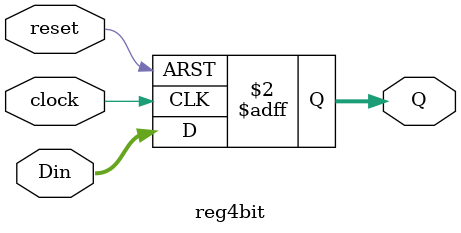
<source format=v>
module reg4bit(Din,Q, clock, reset);

//Port modes
input [3:0] Din;
input clock, reset;   
output [3:0] Q;

//Registered identifiers
reg [3:0] Q;

//Functionality

always @ (posedge clock or posedge reset)
	if (reset)
	Q<=0;
	else
	Q<=Din;

endmodule
</source>
